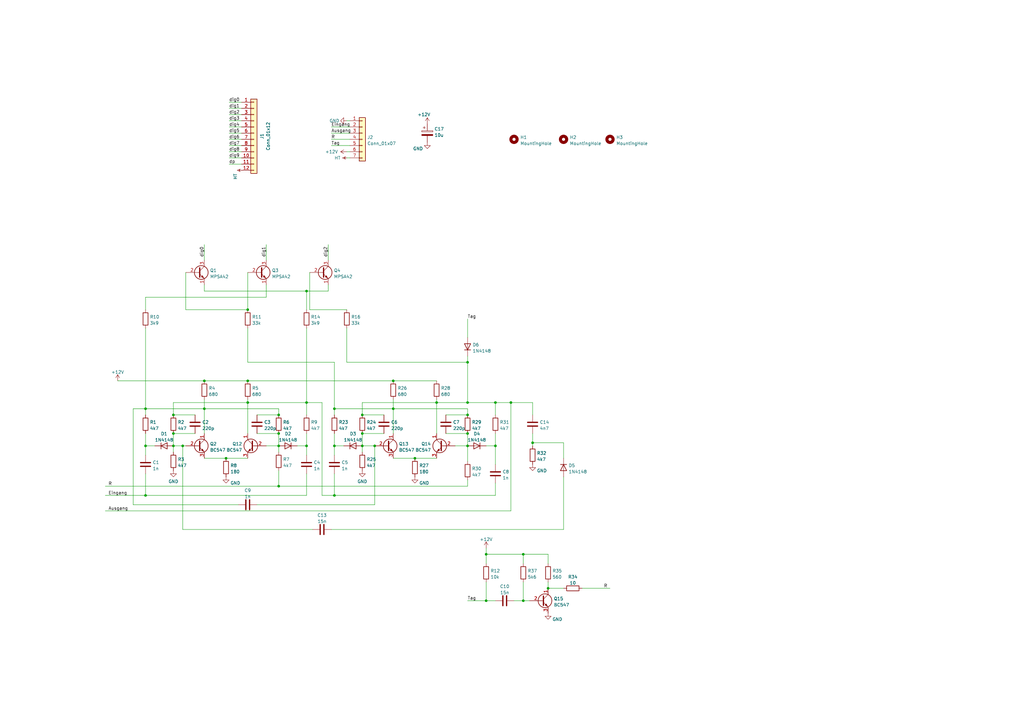
<source format=kicad_sch>
(kicad_sch (version 20211123) (generator eeschema)
  (paper "A3")
  (lib_symbols
    (symbol "Connector_Generic:Conn_01x07" (pin_names (offset 1.016) hide)
      (property "Reference" "J" (at 0 10.16 0))
      (property "Value" "Conn_01x07" (at 0 -10.16 0))
      (symbol "Conn_01x07_1_1"
        (rectangle (start -1.27 -7.493) (end 0 -7.747) (stroke (width 0.1524)))
        (rectangle (start -1.27 -4.953) (end 0 -5.207) (stroke (width 0.1524)))
        (rectangle (start -1.27 -2.413) (end 0 -2.667) (stroke (width 0.1524)))
        (rectangle (start -1.27 0.127) (end 0 -0.127) (stroke (width 0.1524)))
        (rectangle (start -1.27 2.667) (end 0 2.413) (stroke (width 0.1524)))
        (rectangle (start -1.27 5.207) (end 0 4.953) (stroke (width 0.1524)))
        (rectangle (start -1.27 7.747) (end 0 7.493) (stroke (width 0.1524)))
        (rectangle (start -1.27 8.89) (end 1.27 -8.89) (stroke (width 0.254)) (fill (type background)))
        (pin passive line (at -5.08 7.62 0) (length 3.81) (name "Pin_1") (number "1"))
        (pin passive line (at -5.08 5.08 0) (length 3.81) (name "Pin_2") (number "2"))
        (pin passive line (at -5.08 2.54 0) (length 3.81) (name "Pin_3") (number "3"))
        (pin passive line (at -5.08 0 0) (length 3.81) (name "Pin_4") (number "4"))
        (pin passive line (at -5.08 -2.54 0) (length 3.81) (name "Pin_5") (number "5"))
        (pin passive line (at -5.08 -5.08 0) (length 3.81) (name "Pin_6") (number "6"))
        (pin passive line (at -5.08 -7.62 0) (length 3.81) (name "Pin_7") (number "7"))
      )
    )
    (symbol "Connector_Generic:Conn_01x12" (pin_names (offset 1.016) hide)
      (property "Reference" "J" (at 0 15.24 0))
      (property "Value" "Conn_01x12" (at 0 -17.78 0))
      (symbol "Conn_01x12_1_1"
        (rectangle (start -1.27 -15.113) (end 0 -15.367) (stroke (width 0.1524)))
        (rectangle (start -1.27 -12.573) (end 0 -12.827) (stroke (width 0.1524)))
        (rectangle (start -1.27 -10.033) (end 0 -10.287) (stroke (width 0.1524)))
        (rectangle (start -1.27 -7.493) (end 0 -7.747) (stroke (width 0.1524)))
        (rectangle (start -1.27 -4.953) (end 0 -5.207) (stroke (width 0.1524)))
        (rectangle (start -1.27 -2.413) (end 0 -2.667) (stroke (width 0.1524)))
        (rectangle (start -1.27 0.127) (end 0 -0.127) (stroke (width 0.1524)))
        (rectangle (start -1.27 2.667) (end 0 2.413) (stroke (width 0.1524)))
        (rectangle (start -1.27 5.207) (end 0 4.953) (stroke (width 0.1524)))
        (rectangle (start -1.27 7.747) (end 0 7.493) (stroke (width 0.1524)))
        (rectangle (start -1.27 10.287) (end 0 10.033) (stroke (width 0.1524)))
        (rectangle (start -1.27 12.827) (end 0 12.573) (stroke (width 0.1524)))
        (rectangle (start -1.27 13.97) (end 1.27 -16.51) (stroke (width 0.254)) (fill (type background)))
        (pin passive line (at -5.08 12.7 0) (length 3.81) (name "Pin_1") (number "1"))
        (pin passive line (at -5.08 -10.16 0) (length 3.81) (name "Pin_10") (number "10"))
        (pin passive line (at -5.08 -12.7 0) (length 3.81) (name "Pin_11") (number "11"))
        (pin passive line (at -5.08 -15.24 0) (length 3.81) (name "Pin_12") (number "12"))
        (pin passive line (at -5.08 10.16 0) (length 3.81) (name "Pin_2") (number "2"))
        (pin passive line (at -5.08 7.62 0) (length 3.81) (name "Pin_3") (number "3"))
        (pin passive line (at -5.08 5.08 0) (length 3.81) (name "Pin_4") (number "4"))
        (pin passive line (at -5.08 2.54 0) (length 3.81) (name "Pin_5") (number "5"))
        (pin passive line (at -5.08 0 0) (length 3.81) (name "Pin_6") (number "6"))
        (pin passive line (at -5.08 -2.54 0) (length 3.81) (name "Pin_7") (number "7"))
        (pin passive line (at -5.08 -5.08 0) (length 3.81) (name "Pin_8") (number "8"))
        (pin passive line (at -5.08 -7.62 0) (length 3.81) (name "Pin_9") (number "9"))
      )
    )
    (symbol "Device:C" (pin_numbers hide) (pin_names (offset 0.254))
      (property "Reference" "C" (at 0.635 2.54 0))
      (property "Value" "C" (at 0.635 -2.54 0))
      (symbol "C_0_1"
        (polyline (pts (xy -2.032 -0.762) (xy 2.032 -0.762)) (stroke (width 0.508)))
        (polyline (pts (xy -2.032 0.762) (xy 2.032 0.762)) (stroke (width 0.508)))
      )
      (symbol "C_1_1"
        (pin passive line (at 0 3.81 270) (length 2.794) (name "~") (number "1"))
        (pin passive line (at 0 -3.81 90) (length 2.794) (name "~") (number "2"))
      )
    )
    (symbol "Device:C_Polarized" (pin_numbers hide) (pin_names (offset 0.254))
      (property "Reference" "C" (at 0.635 2.54 0))
      (property "Value" "C_Polarized" (at 0.635 -2.54 0))
      (symbol "C_Polarized_0_1"
        (rectangle (start -2.286 0.508) (end 2.286 1.016))
        (polyline (pts (xy -1.778 2.286) (xy -0.762 2.286)))
        (polyline (pts (xy -1.27 2.794) (xy -1.27 1.778)))
        (rectangle (start 2.286 -0.508) (end -2.286 -1.016) (fill (type outline)))
      )
      (symbol "C_Polarized_1_1"
        (pin passive line (at 0 3.81 270) (length 2.794) (name "~") (number "1"))
        (pin passive line (at 0 -3.81 90) (length 2.794) (name "~") (number "2"))
      )
    )
    (symbol "Device:R" (pin_numbers hide) (pin_names (offset 0))
      (property "Reference" "R" (at 2.032 0 90))
      (property "Value" "R" (at 0 0 90))
      (symbol "R_0_1"
        (rectangle (start -1.016 -2.54) (end 1.016 2.54) (stroke (width 0.254)))
      )
      (symbol "R_1_1"
        (pin passive line (at 0 3.81 270) (length 1.27) (name "~") (number "1"))
        (pin passive line (at 0 -3.81 90) (length 1.27) (name "~") (number "2"))
      )
    )
    (symbol "Diode:1N4148" (pin_numbers hide) (pin_names hide)
      (property "Reference" "D" (at 0 2.54 0))
      (property "Value" "1N4148" (at 0 -2.54 0))
      (symbol "1N4148_0_1"
        (polyline (pts (xy -1.27 1.27) (xy -1.27 -1.27)) (stroke (width 0.254)))
        (polyline (pts (xy 1.27 0) (xy -1.27 0)))
        (polyline (pts (xy 1.27 1.27) (xy 1.27 -1.27) (xy -1.27 0) (xy 1.27 1.27)) (stroke (width 0.254)))
      )
      (symbol "1N4148_1_1"
        (pin passive line (at -3.81 0 0) (length 2.54) (name "K") (number "1"))
        (pin passive line (at 3.81 0 180) (length 2.54) (name "A") (number "2"))
      )
    )
    (symbol "Mechanical:MountingHole" (pin_names (offset 1.016))
      (property "Reference" "H" (at 0 5.08 0))
      (property "Value" "MountingHole" (at 0 3.175 0))
      (symbol "MountingHole_0_1"
        (circle (center 0 0) (radius 1.27) (stroke (width 1.27)))
      )
    )
    (symbol "Transistor_BJT:BC547" (pin_names (offset 0) hide)
      (property "Reference" "Q" (at 5.08 1.905 0))
      (property "Value" "BC547" (at 5.08 0 0))
      (symbol "BC547_0_1"
        (polyline (pts (xy 0 0) (xy 0.635 0)))
        (polyline (pts (xy 0.635 0.635) (xy 2.54 2.54)))
        (polyline (pts (xy 0.635 -0.635) (xy 2.54 -2.54) (xy 2.54 -2.54)))
        (polyline (pts (xy 0.635 1.905) (xy 0.635 -1.905) (xy 0.635 -1.905)) (stroke (width 0.508)))
        (polyline (pts (xy 1.27 -1.778) (xy 1.778 -1.27) (xy 2.286 -2.286) (xy 1.27 -1.778) (xy 1.27 -1.778)) (fill (type outline)))
        (circle (center 1.27 0) (radius 2.8194) (stroke (width 0.254)))
      )
      (symbol "BC547_1_1"
        (pin passive line (at 2.54 5.08 270) (length 2.54) (name "C") (number "1"))
        (pin input line (at -5.08 0 0) (length 5.08) (name "B") (number "2"))
        (pin passive line (at 2.54 -5.08 90) (length 2.54) (name "E") (number "3"))
      )
    )
    (symbol "Transistor_BJT:MPSA42" (pin_names (offset 1.016) hide)
      (property "Reference" "Q" (at 5.08 1.905 0))
      (property "Value" "MPSA42" (at 5.08 0 0))
      (symbol "MPSA42_0_1"
        (polyline (pts (xy 0 0) (xy 0.635 0)))
        (polyline (pts (xy 0.635 0.635) (xy 2.54 2.54)))
        (polyline (pts (xy 0.635 -0.635) (xy 2.54 -2.54) (xy 2.54 -2.54)))
        (polyline (pts (xy 0.635 1.905) (xy 0.635 -1.905) (xy 0.635 -1.905)) (stroke (width 0.508)))
        (polyline (pts (xy 1.27 -1.778) (xy 1.778 -1.27) (xy 2.286 -2.286) (xy 1.27 -1.778) (xy 1.27 -1.778)) (fill (type outline)))
        (circle (center 1.27 0) (radius 2.8194) (stroke (width 0.254)))
      )
      (symbol "MPSA42_1_1"
        (pin passive line (at 2.54 -5.08 90) (length 2.54) (name "E") (number "1"))
        (pin input line (at -5.08 0 0) (length 5.08) (name "B") (number "2"))
        (pin passive line (at 2.54 5.08 270) (length 2.54) (name "C") (number "3"))
      )
    )
    (symbol "power:+12V" (power) (pin_names (offset 0))
      (property "Value" "+12V" (at 0 3.556 0))
      (symbol "+12V_0_1"
        (polyline (pts (xy -0.762 1.27) (xy 0 2.54)))
        (polyline (pts (xy 0 0) (xy 0 2.54)))
        (polyline (pts (xy 0 2.54) (xy 0.762 1.27)))
      )
      (symbol "+12V_1_1"
        (pin power_in line (at 0 0 90) (length 0) hide (name "+12V") (number "1"))
      )
    )
    (symbol "power:GND" (power) (pin_names (offset 0))
      (property "Value" "GND" (at 0 -3.81 0))
      (symbol "GND_0_1"
        (polyline (pts (xy 0 0) (xy 0 -1.27) (xy 1.27 -1.27) (xy 0 -2.54) (xy -1.27 -1.27) (xy 0 -1.27)))
      )
      (symbol "GND_1_1"
        (pin power_in line (at 0 0 270) (length 0) hide (name "GND") (number "1"))
      )
    )
    (symbol "power:HT" (power) (pin_names (offset 0))
      (property "Value" "HT" (at 0 2.286 0))
      (symbol "HT_0_0"
        (pin power_in line (at 0 0 90) (length 0) hide (name "HT") (number "1"))
      )
      (symbol "HT_0_1"
        (polyline (pts (xy 0 0) (xy 0 1.016) (xy 0 1.016)))
        (polyline (pts (xy 0 1.016) (xy 0.508 0.508) (xy 0 1.778) (xy -0.508 0.508) (xy 0 1.016) (xy 0 1.016)))
      )
    )
  )
  (junction (at 114.3 199.39))
  (junction (at 137.16 182.88))
  (junction (at 214.63 227.33))
  (junction (at 83.82 167.64))
  (junction (at 137.16 203.2))
  (junction (at 71.12 170.18))
  (junction (at 214.63 246.38))
  (junction (at 114.3 170.18))
  (junction (at 199.39 246.38))
  (junction (at 199.39 227.33))
  (junction (at 209.55 165.1))
  (junction (at 71.12 182.88))
  (junction (at 125.73 182.88))
  (junction (at 59.69 203.2))
  (junction (at 203.2 165.1))
  (junction (at 191.77 165.1))
  (junction (at 170.18 187.96))
  (junction (at 137.16 167.64))
  (junction (at 148.59 182.88))
  (junction (at 218.44 181.61))
  (junction (at 59.69 182.88))
  (junction (at 74.93 182.88))
  (junction (at 191.77 182.88))
  (junction (at 125.73 119.38))
  (junction (at 148.59 170.18))
  (junction (at 224.79 241.3))
  (junction (at 191.77 177.8))
  (junction (at 191.77 170.18))
  (junction (at 101.6 165.1))
  (junction (at 179.07 165.1))
  (junction (at 59.69 167.64))
  (junction (at 101.6 127))
  (junction (at 125.73 165.1))
  (junction (at 92.71 187.96))
  (junction (at 114.3 182.88))
  (junction (at 191.77 148.59))
  (junction (at 114.3 177.8))
  (junction (at 153.67 182.88))
  (junction (at 161.29 156.21))
  (junction (at 83.82 156.21))
  (junction (at 101.6 156.21))
  (junction (at 161.29 167.64))
  (junction (at 148.59 177.8))
  (junction (at 203.2 182.88))
  (junction (at 71.12 177.8))
  (wire (pts (xy 101.6 134.62) (xy 101.6 148.59)))
  (wire (pts (xy 179.07 163.83) (xy 179.07 165.1)))
  (wire (pts (xy 203.2 182.88) (xy 203.2 190.5)))
  (wire (pts (xy 224.79 227.33) (xy 224.79 231.14)))
  (wire (pts (xy 101.6 111.76) (xy 101.6 127)))
  (wire (pts (xy 71.12 182.88) (xy 71.12 185.42)))
  (wire (pts (xy 99.06 67.31) (xy 93.98 67.31)))
  (wire (pts (xy 153.67 207.01) (xy 153.67 182.88)))
  (wire (pts (xy 121.92 182.88) (xy 125.73 182.88)))
  (wire (pts (xy 97.79 207.01) (xy 54.61 207.01)))
  (wire (pts (xy 71.12 177.8) (xy 71.12 182.88)))
  (wire (pts (xy 125.73 119.38) (xy 134.62 119.38)))
  (wire (pts (xy 101.6 156.21) (xy 161.29 156.21)))
  (wire (pts (xy 83.82 167.64) (xy 83.82 177.8)))
  (wire (pts (xy 132.08 165.1) (xy 125.73 165.1)))
  (wire (pts (xy 74.93 182.88) (xy 74.93 217.17)))
  (wire (pts (xy 191.77 246.38) (xy 199.39 246.38)))
  (wire (pts (xy 148.59 177.8) (xy 157.48 177.8)))
  (wire (pts (xy 182.88 177.8) (xy 191.77 177.8)))
  (wire (pts (xy 43.18 203.2) (xy 59.69 203.2)))
  (wire (pts (xy 99.06 41.91) (xy 93.98 41.91)))
  (wire (pts (xy 148.59 165.1) (xy 179.07 165.1)))
  (wire (pts (xy 114.3 177.8) (xy 114.3 182.88)))
  (wire (pts (xy 59.69 177.8) (xy 59.69 182.88)))
  (wire (pts (xy 214.63 227.33) (xy 214.63 231.14)))
  (wire (pts (xy 148.59 177.8) (xy 148.59 182.88)))
  (wire (pts (xy 199.39 227.33) (xy 214.63 227.33)))
  (wire (pts (xy 99.06 49.53) (xy 93.98 49.53)))
  (wire (pts (xy 191.77 177.8) (xy 191.77 182.88)))
  (wire (pts (xy 210.82 246.38) (xy 214.63 246.38)))
  (wire (pts (xy 186.69 182.88) (xy 191.77 182.88)))
  (wire (pts (xy 125.73 182.88) (xy 125.73 186.69)))
  (wire (pts (xy 125.73 165.1) (xy 125.73 170.18)))
  (wire (pts (xy 191.77 130.81) (xy 191.77 138.43)))
  (wire (pts (xy 59.69 127) (xy 59.69 121.92)))
  (wire (pts (xy 99.06 44.45) (xy 93.98 44.45)))
  (wire (pts (xy 101.6 165.1) (xy 101.6 177.8)))
  (wire (pts (xy 218.44 177.8) (xy 218.44 181.61)))
  (wire (pts (xy 74.93 217.17) (xy 128.27 217.17)))
  (wire (pts (xy 182.88 170.18) (xy 191.77 170.18)))
  (wire (pts (xy 83.82 156.21) (xy 101.6 156.21)))
  (wire (pts (xy 76.2 111.76) (xy 76.2 127)))
  (wire (pts (xy 83.82 167.64) (xy 114.3 167.64)))
  (wire (pts (xy 83.82 163.83) (xy 83.82 167.64)))
  (wire (pts (xy 43.18 199.39) (xy 114.3 199.39)))
  (wire (pts (xy 71.12 177.8) (xy 80.01 177.8)))
  (wire (pts (xy 99.06 57.15) (xy 93.98 57.15)))
  (wire (pts (xy 99.06 64.77) (xy 93.98 64.77)))
  (wire (pts (xy 199.39 227.33) (xy 199.39 231.14)))
  (wire (pts (xy 179.07 165.1) (xy 191.77 165.1)))
  (wire (pts (xy 203.2 177.8) (xy 203.2 182.88)))
  (wire (pts (xy 127 127) (xy 142.24 127)))
  (wire (pts (xy 59.69 134.62) (xy 59.69 167.64)))
  (wire (pts (xy 132.08 203.2) (xy 132.08 165.1)))
  (wire (pts (xy 224.79 241.3) (xy 231.14 241.3)))
  (wire (pts (xy 109.22 182.88) (xy 114.3 182.88)))
  (wire (pts (xy 71.12 165.1) (xy 101.6 165.1)))
  (wire (pts (xy 214.63 246.38) (xy 217.17 246.38)))
  (wire (pts (xy 218.44 181.61) (xy 218.44 182.88)))
  (wire (pts (xy 191.77 170.18) (xy 191.77 167.64)))
  (wire (pts (xy 231.14 181.61) (xy 231.14 187.96)))
  (wire (pts (xy 161.29 167.64) (xy 137.16 167.64)))
  (wire (pts (xy 74.93 182.88) (xy 76.2 182.88)))
  (wire (pts (xy 137.16 194.31) (xy 137.16 203.2)))
  (wire (pts (xy 99.06 54.61) (xy 93.98 54.61)))
  (wire (pts (xy 114.3 182.88) (xy 114.3 185.42)))
  (wire (pts (xy 137.16 148.59) (xy 101.6 148.59)))
  (wire (pts (xy 99.06 59.69) (xy 93.98 59.69)))
  (wire (pts (xy 135.89 54.61) (xy 143.51 54.61)))
  (wire (pts (xy 191.77 196.85) (xy 191.77 199.39)))
  (wire (pts (xy 63.5 182.88) (xy 59.69 182.88)))
  (wire (pts (xy 209.55 165.1) (xy 218.44 165.1)))
  (wire (pts (xy 148.59 182.88) (xy 148.59 185.42)))
  (wire (pts (xy 191.77 165.1) (xy 203.2 165.1)))
  (wire (pts (xy 209.55 165.1) (xy 203.2 165.1)))
  (wire (pts (xy 83.82 119.38) (xy 125.73 119.38)))
  (wire (pts (xy 125.73 134.62) (xy 125.73 165.1)))
  (wire (pts (xy 127 111.76) (xy 127 127)))
  (wire (pts (xy 101.6 165.1) (xy 125.73 165.1)))
  (wire (pts (xy 203.2 165.1) (xy 203.2 170.18)))
  (wire (pts (xy 148.59 182.88) (xy 153.67 182.88)))
  (wire (pts (xy 135.89 57.15) (xy 143.51 57.15)))
  (wire (pts (xy 137.16 182.88) (xy 137.16 186.69)))
  (wire (pts (xy 83.82 100.33) (xy 83.82 106.68)))
  (wire (pts (xy 71.12 182.88) (xy 74.93 182.88)))
  (wire (pts (xy 114.3 199.39) (xy 191.77 199.39)))
  (wire (pts (xy 238.76 241.3) (xy 250.19 241.3)))
  (wire (pts (xy 137.16 203.2) (xy 203.2 203.2)))
  (wire (pts (xy 83.82 187.96) (xy 92.71 187.96)))
  (wire (pts (xy 161.29 187.96) (xy 170.18 187.96)))
  (wire (pts (xy 125.73 119.38) (xy 125.73 127)))
  (wire (pts (xy 59.69 194.31) (xy 59.69 203.2)))
  (wire (pts (xy 142.24 148.59) (xy 142.24 134.62)))
  (wire (pts (xy 134.62 119.38) (xy 134.62 116.84)))
  (wire (pts (xy 218.44 165.1) (xy 218.44 170.18)))
  (wire (pts (xy 105.41 207.01) (xy 153.67 207.01)))
  (wire (pts (xy 209.55 165.1) (xy 209.55 209.55)))
  (wire (pts (xy 161.29 163.83) (xy 161.29 167.64)))
  (wire (pts (xy 48.26 156.21) (xy 83.82 156.21)))
  (wire (pts (xy 191.77 165.1) (xy 191.77 148.59)))
  (wire (pts (xy 99.06 62.23) (xy 93.98 62.23)))
  (wire (pts (xy 137.16 167.64) (xy 137.16 148.59)))
  (wire (pts (xy 142.24 62.23) (xy 143.51 62.23)))
  (wire (pts (xy 142.24 148.59) (xy 191.77 148.59)))
  (wire (pts (xy 71.12 170.18) (xy 80.01 170.18)))
  (wire (pts (xy 54.61 167.64) (xy 59.69 167.64)))
  (wire (pts (xy 214.63 238.76) (xy 214.63 246.38)))
  (wire (pts (xy 114.3 193.04) (xy 114.3 199.39)))
  (wire (pts (xy 101.6 163.83) (xy 101.6 165.1)))
  (wire (pts (xy 83.82 116.84) (xy 83.82 119.38)))
  (wire (pts (xy 137.16 203.2) (xy 132.08 203.2)))
  (wire (pts (xy 203.2 198.12) (xy 203.2 203.2)))
  (wire (pts (xy 59.69 182.88) (xy 59.69 186.69)))
  (wire (pts (xy 43.18 209.55) (xy 209.55 209.55)))
  (wire (pts (xy 161.29 167.64) (xy 161.29 177.8)))
  (wire (pts (xy 231.14 195.58) (xy 231.14 217.17)))
  (wire (pts (xy 125.73 203.2) (xy 125.73 194.31)))
  (wire (pts (xy 114.3 170.18) (xy 114.3 167.64)))
  (wire (pts (xy 199.39 224.79) (xy 199.39 227.33)))
  (wire (pts (xy 224.79 238.76) (xy 224.79 241.3)))
  (wire (pts (xy 199.39 246.38) (xy 203.2 246.38)))
  (wire (pts (xy 142.24 64.77) (xy 143.51 64.77)))
  (wire (pts (xy 191.77 146.05) (xy 191.77 148.59)))
  (wire (pts (xy 109.22 121.92) (xy 109.22 116.84)))
  (wire (pts (xy 92.71 187.96) (xy 101.6 187.96)))
  (wire (pts (xy 134.62 100.33) (xy 134.62 106.68)))
  (wire (pts (xy 140.97 182.88) (xy 137.16 182.88)))
  (wire (pts (xy 54.61 207.01) (xy 54.61 167.64)))
  (wire (pts (xy 148.59 170.18) (xy 148.59 165.1)))
  (wire (pts (xy 218.44 181.61) (xy 231.14 181.61)))
  (wire (pts (xy 71.12 170.18) (xy 71.12 165.1)))
  (wire (pts (xy 135.89 52.07) (xy 143.51 52.07)))
  (wire (pts (xy 125.73 177.8) (xy 125.73 182.88)))
  (wire (pts (xy 199.39 238.76) (xy 199.39 246.38)))
  (wire (pts (xy 161.29 167.64) (xy 191.77 167.64)))
  (wire (pts (xy 59.69 203.2) (xy 125.73 203.2)))
  (wire (pts (xy 76.2 127) (xy 101.6 127)))
  (wire (pts (xy 161.29 156.21) (xy 179.07 156.21)))
  (wire (pts (xy 135.89 217.17) (xy 231.14 217.17)))
  (wire (pts (xy 179.07 165.1) (xy 179.07 177.8)))
  (wire (pts (xy 59.69 121.92) (xy 109.22 121.92)))
  (wire (pts (xy 137.16 177.8) (xy 137.16 182.88)))
  (wire (pts (xy 83.82 167.64) (xy 59.69 167.64)))
  (wire (pts (xy 148.59 170.18) (xy 157.48 170.18)))
  (wire (pts (xy 191.77 182.88) (xy 191.77 189.23)))
  (wire (pts (xy 109.22 100.33) (xy 109.22 106.68)))
  (wire (pts (xy 135.89 59.69) (xy 143.51 59.69)))
  (wire (pts (xy 59.69 167.64) (xy 59.69 170.18)))
  (wire (pts (xy 105.41 170.18) (xy 114.3 170.18)))
  (wire (pts (xy 214.63 227.33) (xy 224.79 227.33)))
  (wire (pts (xy 99.06 46.99) (xy 93.98 46.99)))
  (wire (pts (xy 170.18 187.96) (xy 179.07 187.96)))
  (wire (pts (xy 142.24 49.53) (xy 143.51 49.53)))
  (wire (pts (xy 199.39 182.88) (xy 203.2 182.88)))
  (wire (pts (xy 99.06 52.07) (xy 93.98 52.07)))
  (wire (pts (xy 105.41 177.8) (xy 114.3 177.8)))
  (wire (pts (xy 137.16 167.64) (xy 137.16 170.18)))
  (label "Tag" (at 135.89 59.69 0))
  (label "Tag" (at 191.77 246.38 0))
  (label "dig6" (at 93.98 57.15 0))
  (label "dig0" (at 83.82 105.41 90))
  (label "Ausgang" (at 135.89 54.61 0))
  (label "Tag" (at 191.77 130.81 0))
  (label "Eingang" (at 135.89 52.07 0))
  (label "dig0" (at 93.98 41.91 0))
  (label "R" (at 247.65 241.3 0))
  (label "R" (at 135.89 57.15 0))
  (label "dig7" (at 93.98 59.69 0))
  (label "Eingang" (at 44.45 203.2 0))
  (label "dig5" (at 93.98 54.61 0))
  (label "dig3" (at 93.98 49.53 0))
  (label "dig1" (at 93.98 44.45 0))
  (label "dig2" (at 134.62 105.41 90))
  (label "dig8" (at 93.98 62.23 0))
  (label "R" (at 44.45 199.39 0))
  (label "Ausgang" (at 44.45 209.55 0))
  (label "dig2" (at 93.98 46.99 0))
  (label "dig9" (at 93.98 64.77 0))
  (label "dig4" (at 93.98 52.07 0))
  (label "dig1" (at 109.22 105.41 90))
  (label "dp" (at 93.98 67.31 0))
  (symbol (lib_id "Device:R") (at 148.59 173.99 0) (unit 1)
    (property "Reference" "R24" (at 150.368 173.1553 0) (effects (justify left)))
    (property "Value" "4k7" (at 150.368 175.6922 0) (effects (justify left)))
    (property "Footprint" "Resistor_THT:R_Axial_DIN0207_L6.3mm_D2.5mm_P10.16mm_Horizontal" (effects hide))
  )
  (symbol (lib_id "Device:R") (at 114.3 189.23 0) (unit 1)
    (property "Reference" "R7" (at 116.078 188.3953 0) (effects (justify left)))
    (property "Value" "4k7" (at 116.078 190.9322 0) (effects (justify left)))
    (property "Footprint" "Resistor_THT:R_Axial_DIN0207_L6.3mm_D2.5mm_P10.16mm_Horizontal" (effects hide))
  )
  (symbol (lib_id "Device:C") (at 105.41 173.99 0) (unit 1)
    (property "Reference" "C3" (at 108.331 173.1553 0) (effects (justify left)))
    (property "Value" "220p" (at 108.331 175.6922 0) (effects (justify left)))
    (property "Footprint" "Capacitor_THT:C_Disc_D5.0mm_W2.5mm_P2.50mm" (effects hide))
  )
  (symbol (lib_id "Device:R") (at 83.82 160.02 0) (unit 1)
    (property "Reference" "R4" (at 85.598 159.1853 0) (effects (justify left)))
    (property "Value" "680" (at 85.598 161.7222 0) (effects (justify left)))
    (property "Footprint" "Resistor_THT:R_Axial_DIN0207_L6.3mm_D2.5mm_P10.16mm_Horizontal" (effects hide))
  )
  (symbol (lib_id "Mechanical:MountingHole") (at 231.14 57.15 0) (unit 1)
    (property "Reference" "H2" (at 233.68 56.3153 0) (effects (justify left)))
    (property "Value" "MountingHole" (at 233.68 58.8522 0) (effects (justify left)))
    (property "Footprint" "MountingHole:MountingHole_3.2mm_M3" (effects hide))
  )
  (symbol (lib_id "Transistor_BJT:BC547") (at 222.25 246.38 0) (unit 1)
    (property "Reference" "Q15" (at 227.1014 245.5453 0) (effects (justify left)))
    (property "Value" "BC547" (at 227.1014 248.0822 0) (effects (justify left)))
    (property "Footprint" "Package_TO_SOT_THT:TO-92_HandSolder" (effects hide))
    (property "Datasheet" "https://www.onsemi.com/pub/Collateral/BC550-D.pdf" (effects hide))
  )
  (symbol (lib_id "Device:R") (at 199.39 234.95 0) (unit 1)
    (property "Reference" "R12" (at 201.168 234.1153 0) (effects (justify left)))
    (property "Value" "10k" (at 201.168 236.6522 0) (effects (justify left)))
    (property "Footprint" "Resistor_THT:R_Axial_DIN0207_L6.3mm_D2.5mm_P10.16mm_Horizontal" (effects hide))
  )
  (symbol (lib_id "Device:R") (at 71.12 173.99 0) (unit 1)
    (property "Reference" "R2" (at 72.898 173.1553 0) (effects (justify left)))
    (property "Value" "4k7" (at 72.898 175.6922 0) (effects (justify left)))
    (property "Footprint" "Resistor_THT:R_Axial_DIN0207_L6.3mm_D2.5mm_P10.16mm_Horizontal" (effects hide))
  )
  (symbol (lib_id "Device:C") (at 157.48 173.99 0) (unit 1)
    (property "Reference" "C6" (at 160.401 173.1553 0) (effects (justify left)))
    (property "Value" "220p" (at 160.401 175.6922 0) (effects (justify left)))
    (property "Footprint" "Capacitor_THT:C_Disc_D5.0mm_W2.5mm_P2.50mm" (effects hide))
  )
  (symbol (lib_id "Device:R") (at 71.12 189.23 0) (unit 1)
    (property "Reference" "R3" (at 72.898 188.3953 0) (effects (justify left)))
    (property "Value" "4k7" (at 72.898 190.9322 0) (effects (justify left)))
    (property "Footprint" "Resistor_THT:R_Axial_DIN0207_L6.3mm_D2.5mm_P10.16mm_Horizontal" (effects hide))
  )
  (symbol (lib_id "Device:C") (at 59.69 190.5 0) (unit 1)
    (property "Reference" "C1" (at 62.611 189.6653 0) (effects (justify left)))
    (property "Value" "1n" (at 62.611 192.2022 0) (effects (justify left)))
    (property "Footprint" "Capacitor_THT:C_Disc_D5.0mm_W2.5mm_P2.50mm" (effects hide))
  )
  (symbol (lib_id "Device:R") (at 92.71 191.77 0) (unit 1)
    (property "Reference" "R8" (at 94.488 190.9353 0) (effects (justify left)))
    (property "Value" "180" (at 94.488 193.4722 0) (effects (justify left)))
    (property "Footprint" "Resistor_THT:R_Axial_DIN0207_L6.3mm_D2.5mm_P10.16mm_Horizontal" (effects hide))
  )
  (symbol (lib_id "Device:R") (at 125.73 130.81 0) (unit 1)
    (property "Reference" "R14" (at 127.508 129.9753 0) (effects (justify left)))
    (property "Value" "3k9" (at 127.508 132.5122 0) (effects (justify left)))
    (property "Footprint" "Resistor_THT:R_Axial_DIN0207_L6.3mm_D2.5mm_P10.16mm_Horizontal" (effects hide))
  )
  (symbol (lib_id "Device:R") (at 142.24 130.81 0) (unit 1)
    (property "Reference" "R16" (at 144.018 129.9753 0) (effects (justify left)))
    (property "Value" "33k" (at 144.018 132.5122 0) (effects (justify left)))
    (property "Footprint" "Resistor_THT:R_Axial_DIN0207_L6.3mm_D2.5mm_P10.16mm_Horizontal" (effects hide))
  )
  (symbol (lib_id "Device:R") (at 101.6 160.02 0) (unit 1)
    (property "Reference" "R5" (at 103.378 159.1853 0) (effects (justify left)))
    (property "Value" "680" (at 103.378 161.7222 0) (effects (justify left)))
    (property "Footprint" "Resistor_THT:R_Axial_DIN0207_L6.3mm_D2.5mm_P10.16mm_Horizontal" (effects hide))
  )
  (symbol (lib_id "Device:C") (at 132.08 217.17 90) (unit 1)
    (property "Reference" "C13" (at 132.08 211.3112 90))
    (property "Value" "15n" (at 132.08 213.8481 90))
    (property "Footprint" "Capacitor_THT:C_Disc_D5.0mm_W2.5mm_P2.50mm" (effects hide))
  )
  (symbol (lib_id "Diode:1N4148") (at 195.58 182.88 0) (mirror y) (unit 1)
    (property "Reference" "D4" (at 195.58 177.9102 0))
    (property "Value" "1N4148" (at 195.58 180.4471 0))
    (property "Footprint" "Diode_THT:D_DO-35_SOD27_P7.62mm_Horizontal" (effects hide))
    (property "Datasheet" "https://assets.nexperia.com/documents/data-sheet/1N4148_1N4448.pdf" (effects hide))
  )
  (symbol (lib_id "power:HT") (at 99.06 69.85 90) (unit 1)
    (property "Reference" "#PWR0102" (effects hide))
    (property "Value" "HT" (at 96.52 72.39 0))
  )
  (symbol (lib_id "Device:R") (at 125.73 173.99 0) (unit 1)
    (property "Reference" "R9" (at 127.508 173.1553 0) (effects (justify left)))
    (property "Value" "4k7" (at 127.508 175.6922 0) (effects (justify left)))
    (property "Footprint" "Resistor_THT:R_Axial_DIN0207_L6.3mm_D2.5mm_P10.16mm_Horizontal" (effects hide))
  )
  (symbol (lib_id "Transistor_BJT:BC547") (at 104.14 182.88 0) (mirror y) (unit 1)
    (property "Reference" "Q12" (at 99.2886 182.0453 0) (effects (justify left)))
    (property "Value" "BC547" (at 99.2886 184.5822 0) (effects (justify left)))
    (property "Footprint" "Package_TO_SOT_THT:TO-92_HandSolder" (effects hide))
    (property "Datasheet" "https://www.onsemi.com/pub/Collateral/BC550-D.pdf" (effects hide))
  )
  (symbol (lib_id "Connector_Generic:Conn_01x12") (at 104.14 54.61 0) (unit 1)
    (property "Reference" "J1" (at 107.4404 55.88 90))
    (property "Value" "Conn_01x12" (at 109.9773 55.88 90))
    (property "Footprint" "Connector_PinHeader_2.54mm:PinHeader_1x12_P2.54mm_Vertical" (effects hide))
  )
  (symbol (lib_id "power:HT") (at 142.24 64.77 90) (unit 1)
    (property "Reference" "#PWR0114" (effects hide))
    (property "Value" "HT" (at 138.43 64.77 90))
  )
  (symbol (lib_id "Device:R") (at 114.3 173.99 0) (unit 1)
    (property "Reference" "R6" (at 116.078 173.1553 0) (effects (justify left)))
    (property "Value" "4k7" (at 116.078 175.6922 0) (effects (justify left)))
    (property "Footprint" "Resistor_THT:R_Axial_DIN0207_L6.3mm_D2.5mm_P10.16mm_Horizontal" (effects hide))
  )
  (symbol (lib_id "Device:R") (at 161.29 160.02 0) (unit 1)
    (property "Reference" "R26" (at 163.068 159.1853 0) (effects (justify left)))
    (property "Value" "680" (at 163.068 161.7222 0) (effects (justify left)))
    (property "Footprint" "Resistor_THT:R_Axial_DIN0207_L6.3mm_D2.5mm_P10.16mm_Horizontal" (effects hide))
  )
  (symbol (lib_id "Device:C_Polarized") (at 175.26 54.61 0) (unit 1)
    (property "Reference" "C17" (at 178.181 52.8863 0) (effects (justify left)))
    (property "Value" "10u" (at 178.181 55.4232 0) (effects (justify left)))
    (property "Footprint" "Capacitor_THT:CP_Radial_D5.0mm_P2.50mm" (effects hide))
  )
  (symbol (lib_id "Device:R") (at 101.6 130.81 0) (unit 1)
    (property "Reference" "R11" (at 103.378 129.9753 0) (effects (justify left)))
    (property "Value" "33k" (at 103.378 132.5122 0) (effects (justify left)))
    (property "Footprint" "Resistor_THT:R_Axial_DIN0207_L6.3mm_D2.5mm_P10.16mm_Horizontal" (effects hide))
  )
  (symbol (lib_id "Device:C") (at 80.01 173.99 0) (unit 1)
    (property "Reference" "C2" (at 82.931 173.1553 0) (effects (justify left)))
    (property "Value" "220p" (at 82.931 175.6922 0) (effects (justify left)))
    (property "Footprint" "Capacitor_THT:C_Disc_D5.0mm_W2.5mm_P2.50mm" (effects hide))
  )
  (symbol (lib_id "Device:R") (at 59.69 173.99 0) (unit 1)
    (property "Reference" "R1" (at 61.468 173.1553 0) (effects (justify left)))
    (property "Value" "4k7" (at 61.468 175.6922 0) (effects (justify left)))
    (property "Footprint" "Resistor_THT:R_Axial_DIN0207_L6.3mm_D2.5mm_P10.16mm_Horizontal" (effects hide))
  )
  (symbol (lib_id "Device:C") (at 203.2 194.31 0) (unit 1)
    (property "Reference" "C8" (at 206.121 193.4753 0) (effects (justify left)))
    (property "Value" "1n" (at 206.121 196.0122 0) (effects (justify left)))
    (property "Footprint" "Capacitor_THT:C_Disc_D5.0mm_W2.5mm_P2.50mm" (effects hide))
  )
  (symbol (lib_id "Device:C") (at 137.16 190.5 0) (unit 1)
    (property "Reference" "C5" (at 140.081 189.6653 0) (effects (justify left)))
    (property "Value" "1n" (at 140.081 192.2022 0) (effects (justify left)))
    (property "Footprint" "Capacitor_THT:C_Disc_D5.0mm_W2.5mm_P2.50mm" (effects hide))
  )
  (symbol (lib_id "Mechanical:MountingHole") (at 250.19 57.15 0) (unit 1)
    (property "Reference" "H3" (at 252.73 56.3153 0) (effects (justify left)))
    (property "Value" "MountingHole" (at 252.73 58.8522 0) (effects (justify left)))
    (property "Footprint" "MountingHole:MountingHole_3.2mm_M3" (effects hide))
  )
  (symbol (lib_id "Device:C") (at 182.88 173.99 0) (unit 1)
    (property "Reference" "C7" (at 185.801 173.1553 0) (effects (justify left)))
    (property "Value" "220p" (at 185.801 175.6922 0) (effects (justify left)))
    (property "Footprint" "Capacitor_THT:C_Disc_D5.0mm_W2.5mm_P2.50mm" (effects hide))
  )
  (symbol (lib_id "power:GND") (at 71.12 193.04 0) (unit 1)
    (property "Reference" "#PWR0103" (effects hide))
    (property "Value" "GND" (at 71.12 197.4834 0))
  )
  (symbol (lib_id "Device:R") (at 59.69 130.81 0) (unit 1)
    (property "Reference" "R10" (at 61.468 129.9753 0) (effects (justify left)))
    (property "Value" "3k9" (at 61.468 132.5122 0) (effects (justify left)))
    (property "Footprint" "Resistor_THT:R_Axial_DIN0207_L6.3mm_D2.5mm_P10.16mm_Horizontal" (effects hide))
  )
  (symbol (lib_id "Device:R") (at 137.16 173.99 0) (unit 1)
    (property "Reference" "R23" (at 138.938 173.1553 0) (effects (justify left)))
    (property "Value" "4k7" (at 138.938 175.6922 0) (effects (justify left)))
    (property "Footprint" "Resistor_THT:R_Axial_DIN0207_L6.3mm_D2.5mm_P10.16mm_Horizontal" (effects hide))
  )
  (symbol (lib_id "Mechanical:MountingHole") (at 210.82 57.15 0) (unit 1)
    (property "Reference" "H1" (at 213.36 56.3153 0) (effects (justify left)))
    (property "Value" "MountingHole" (at 213.36 58.8522 0) (effects (justify left)))
    (property "Footprint" "MountingHole:MountingHole_3.2mm_M3" (effects hide))
  )
  (symbol (lib_id "Transistor_BJT:BC547") (at 181.61 182.88 0) (mirror y) (unit 1)
    (property "Reference" "Q14" (at 176.7586 182.0453 0) (effects (justify left)))
    (property "Value" "BC547" (at 176.7586 184.5822 0) (effects (justify left)))
    (property "Footprint" "Package_TO_SOT_THT:TO-92_HandSolder" (effects hide))
    (property "Datasheet" "https://www.onsemi.com/pub/Collateral/BC550-D.pdf" (effects hide))
  )
  (symbol (lib_id "power:GND") (at 224.79 251.46 0) (unit 1)
    (property "Reference" "#PWR0107" (effects hide))
    (property "Value" "GND" (at 228.6 254 0))
  )
  (symbol (lib_id "Device:C") (at 101.6 207.01 90) (unit 1)
    (property "Reference" "C9" (at 101.6 201.1512 90))
    (property "Value" "1n" (at 101.6 203.6881 90))
    (property "Footprint" "Capacitor_THT:C_Disc_D5.0mm_W2.5mm_P2.50mm" (effects hide))
  )
  (symbol (lib_id "Device:R") (at 170.18 191.77 0) (unit 1)
    (property "Reference" "R27" (at 171.958 190.9353 0) (effects (justify left)))
    (property "Value" "180" (at 171.958 193.4722 0) (effects (justify left)))
    (property "Footprint" "Resistor_THT:R_Axial_DIN0207_L6.3mm_D2.5mm_P10.16mm_Horizontal" (effects hide))
  )
  (symbol (lib_id "power:+12V") (at 142.24 62.23 90) (unit 1)
    (property "Reference" "#PWR0112" (effects hide))
    (property "Value" "+12V" (at 133.35 62.23 90) (effects (justify right)))
  )
  (symbol (lib_id "Diode:1N4148") (at 191.77 142.24 90) (unit 1)
    (property "Reference" "D6" (at 193.802 141.4053 90) (effects (justify right)))
    (property "Value" "1N4148" (at 193.802 143.9422 90) (effects (justify right)))
    (property "Footprint" "Diode_THT:D_DO-35_SOD27_P7.62mm_Horizontal" (effects hide))
    (property "Datasheet" "https://assets.nexperia.com/documents/data-sheet/1N4148_1N4448.pdf" (effects hide))
  )
  (symbol (lib_id "Device:C") (at 218.44 173.99 0) (unit 1)
    (property "Reference" "C14" (at 221.361 173.1553 0) (effects (justify left)))
    (property "Value" "4n7" (at 221.361 175.6922 0) (effects (justify left)))
    (property "Footprint" "Capacitor_THT:C_Disc_D5.0mm_W2.5mm_P2.50mm" (effects hide))
  )
  (symbol (lib_id "Device:R") (at 191.77 193.04 0) (unit 1)
    (property "Reference" "R30" (at 193.548 192.2053 0) (effects (justify left)))
    (property "Value" "4k7" (at 193.548 194.7422 0) (effects (justify left)))
    (property "Footprint" "Resistor_THT:R_Axial_DIN0207_L6.3mm_D2.5mm_P10.16mm_Horizontal" (effects hide))
  )
  (symbol (lib_id "power:GND") (at 92.71 195.58 0) (unit 1)
    (property "Reference" "#PWR0104" (effects hide))
    (property "Value" "GND" (at 96.52 198.12 0))
  )
  (symbol (lib_id "power:GND") (at 170.18 195.58 0) (unit 1)
    (property "Reference" "#PWR0105" (effects hide))
    (property "Value" "GND" (at 173.99 198.12 0))
  )
  (symbol (lib_id "Transistor_BJT:BC547") (at 81.28 182.88 0) (unit 1)
    (property "Reference" "Q2" (at 86.1314 182.0453 0) (effects (justify left)))
    (property "Value" "BC547" (at 86.1314 184.5822 0) (effects (justify left)))
    (property "Footprint" "Package_TO_SOT_THT:TO-92_HandSolder" (effects hide))
    (property "Datasheet" "https://www.onsemi.com/pub/Collateral/BC550-D.pdf" (effects hide))
  )
  (symbol (lib_id "power:+12V") (at 48.26 156.21 0) (unit 1)
    (property "Reference" "#PWR0101" (effects hide))
    (property "Value" "+12V" (at 48.26 152.6342 0))
  )
  (symbol (lib_id "Diode:1N4148") (at 118.11 182.88 0) (mirror y) (unit 1)
    (property "Reference" "D2" (at 118.11 177.9102 0))
    (property "Value" "1N4148" (at 118.11 180.4471 0))
    (property "Footprint" "Diode_THT:D_DO-35_SOD27_P7.62mm_Horizontal" (effects hide))
    (property "Datasheet" "https://assets.nexperia.com/documents/data-sheet/1N4148_1N4448.pdf" (effects hide))
  )
  (symbol (lib_id "Device:C") (at 125.73 190.5 0) (unit 1)
    (property "Reference" "C4" (at 128.651 189.6653 0) (effects (justify left)))
    (property "Value" "1n" (at 128.651 192.2022 0) (effects (justify left)))
    (property "Footprint" "Capacitor_THT:C_Disc_D5.0mm_W2.5mm_P2.50mm" (effects hide))
  )
  (symbol (lib_id "power:+12V") (at 199.39 224.79 0) (unit 1)
    (property "Reference" "#PWR0108" (effects hide))
    (property "Value" "+12V" (at 199.39 221.2142 0))
  )
  (symbol (lib_id "Connector_Generic:Conn_01x07") (at 148.59 57.15 0) (unit 1)
    (property "Reference" "J2" (at 150.622 56.3153 0) (effects (justify left)))
    (property "Value" "Conn_01x07" (at 150.622 58.8522 0) (effects (justify left)))
    (property "Footprint" "TerminalBlock_Phoenix:TerminalBlock_Phoenix_MKDS-3-7-5.08_1x07_P5.08mm_Horizontal" (effects hide))
  )
  (symbol (lib_id "power:GND") (at 218.44 190.5 0) (unit 1)
    (property "Reference" "#PWR0109" (effects hide))
    (property "Value" "GND" (at 222.25 193.04 0))
  )
  (symbol (lib_id "Device:R") (at 218.44 186.69 0) (unit 1)
    (property "Reference" "R32" (at 220.218 185.8553 0) (effects (justify left)))
    (property "Value" "4k7" (at 220.218 188.3922 0) (effects (justify left)))
    (property "Footprint" "Resistor_THT:R_Axial_DIN0207_L6.3mm_D2.5mm_P10.16mm_Horizontal" (effects hide))
  )
  (symbol (lib_id "Device:R") (at 214.63 234.95 0) (unit 1)
    (property "Reference" "R37" (at 216.408 234.1153 0) (effects (justify left)))
    (property "Value" "5k6" (at 216.408 236.6522 0) (effects (justify left)))
    (property "Footprint" "Resistor_THT:R_Axial_DIN0207_L6.3mm_D2.5mm_P10.16mm_Horizontal" (effects hide))
  )
  (symbol (lib_id "power:GND") (at 175.26 58.42 0) (unit 1)
    (property "Reference" "#PWR0113" (effects hide))
    (property "Value" "GND" (at 171.45 60.96 0))
  )
  (symbol (lib_id "Device:R") (at 224.79 234.95 0) (unit 1)
    (property "Reference" "R35" (at 226.568 234.1153 0) (effects (justify left)))
    (property "Value" "560" (at 226.568 236.6522 0) (effects (justify left)))
    (property "Footprint" "Resistor_THT:R_Axial_DIN0207_L6.3mm_D2.5mm_P10.16mm_Horizontal" (effects hide))
  )
  (symbol (lib_id "Transistor_BJT:MPSA42") (at 132.08 111.76 0) (unit 1)
    (property "Reference" "Q4" (at 136.9314 110.9253 0) (effects (justify left)))
    (property "Value" "MPSA42" (at 136.9314 113.4622 0) (effects (justify left)))
    (property "Footprint" "Package_TO_SOT_THT:TO-92_HandSolder" (effects hide))
    (property "Datasheet" "http://www.onsemi.com/pub_link/Collateral/MPSA42-D.PDF" (effects hide))
  )
  (symbol (lib_id "Diode:1N4148") (at 144.78 182.88 0) (unit 1)
    (property "Reference" "D3" (at 144.78 177.9102 0))
    (property "Value" "1N4148" (at 144.78 180.4471 0))
    (property "Footprint" "Diode_THT:D_DO-35_SOD27_P7.62mm_Horizontal" (effects hide))
    (property "Datasheet" "https://assets.nexperia.com/documents/data-sheet/1N4148_1N4448.pdf" (effects hide))
  )
  (symbol (lib_id "Device:R") (at 203.2 173.99 0) (unit 1)
    (property "Reference" "R31" (at 204.978 173.1553 0) (effects (justify left)))
    (property "Value" "4k7" (at 204.978 175.6922 0) (effects (justify left)))
    (property "Footprint" "Resistor_THT:R_Axial_DIN0207_L6.3mm_D2.5mm_P10.16mm_Horizontal" (effects hide))
  )
  (symbol (lib_id "Transistor_BJT:BC547") (at 158.75 182.88 0) (unit 1)
    (property "Reference" "Q13" (at 163.6014 182.0453 0) (effects (justify left)))
    (property "Value" "BC547" (at 163.6014 184.5822 0) (effects (justify left)))
    (property "Footprint" "Package_TO_SOT_THT:TO-92_HandSolder" (effects hide))
    (property "Datasheet" "https://www.onsemi.com/pub/Collateral/BC550-D.pdf" (effects hide))
  )
  (symbol (lib_id "power:GND") (at 148.59 193.04 0) (unit 1)
    (property "Reference" "#PWR0106" (effects hide))
    (property "Value" "GND" (at 148.59 197.4834 0))
  )
  (symbol (lib_id "Device:R") (at 234.95 241.3 90) (unit 1)
    (property "Reference" "R34" (at 234.95 236.5842 90))
    (property "Value" "10" (at 234.95 239.1211 90))
    (property "Footprint" "Resistor_THT:R_Axial_DIN0207_L6.3mm_D2.5mm_P10.16mm_Horizontal" (effects hide))
  )
  (symbol (lib_id "Diode:1N4148") (at 231.14 191.77 90) (mirror x) (unit 1)
    (property "Reference" "D5" (at 233.172 190.9353 90) (effects (justify right)))
    (property "Value" "1N4148" (at 233.172 193.4722 90) (effects (justify right)))
    (property "Footprint" "Diode_THT:D_DO-35_SOD27_P7.62mm_Horizontal" (effects hide))
    (property "Datasheet" "https://assets.nexperia.com/documents/data-sheet/1N4148_1N4448.pdf" (effects hide))
  )
  (symbol (lib_id "Transistor_BJT:MPSA42") (at 106.68 111.76 0) (unit 1)
    (property "Reference" "Q3" (at 111.5314 110.9253 0) (effects (justify left)))
    (property "Value" "MPSA42" (at 111.5314 113.4622 0) (effects (justify left)))
    (property "Footprint" "Package_TO_SOT_THT:TO-92_HandSolder" (effects hide))
    (property "Datasheet" "http://www.onsemi.com/pub_link/Collateral/MPSA42-D.PDF" (effects hide))
  )
  (symbol (lib_id "Transistor_BJT:MPSA42") (at 81.28 111.76 0) (unit 1)
    (property "Reference" "Q1" (at 86.1314 110.9253 0) (effects (justify left)))
    (property "Value" "MPSA42" (at 86.1314 113.4622 0) (effects (justify left)))
    (property "Footprint" "Package_TO_SOT_THT:TO-92_HandSolder" (effects hide))
    (property "Datasheet" "http://www.onsemi.com/pub_link/Collateral/MPSA42-D.PDF" (effects hide))
  )
  (symbol (lib_id "Device:R") (at 179.07 160.02 0) (unit 1)
    (property "Reference" "R28" (at 180.848 159.1853 0) (effects (justify left)))
    (property "Value" "680" (at 180.848 161.7222 0) (effects (justify left)))
    (property "Footprint" "Resistor_THT:R_Axial_DIN0207_L6.3mm_D2.5mm_P10.16mm_Horizontal" (effects hide))
  )
  (symbol (lib_id "power:+12V") (at 175.26 50.8 0) (unit 1)
    (property "Reference" "#PWR0115" (effects hide))
    (property "Value" "+12V" (at 176.53 46.99 0) (effects (justify right)))
  )
  (symbol (lib_id "power:GND") (at 142.24 49.53 270) (unit 1)
    (property "Reference" "#PWR0111" (effects hide))
    (property "Value" "GND" (at 137.16 49.53 90))
  )
  (symbol (lib_id "Device:C") (at 207.01 246.38 90) (unit 1)
    (property "Reference" "C10" (at 207.01 240.5212 90))
    (property "Value" "15n" (at 207.01 243.0581 90))
    (property "Footprint" "Capacitor_THT:C_Disc_D5.0mm_W2.5mm_P2.50mm" (effects hide))
  )
  (symbol (lib_id "Diode:1N4148") (at 67.31 182.88 0) (unit 1)
    (property "Reference" "D1" (at 67.31 177.9102 0))
    (property "Value" "1N4148" (at 67.31 180.4471 0))
    (property "Footprint" "Diode_THT:D_DO-35_SOD27_P7.62mm_Horizontal" (effects hide))
    (property "Datasheet" "https://assets.nexperia.com/documents/data-sheet/1N4148_1N4448.pdf" (effects hide))
  )
  (symbol (lib_id "Device:R") (at 191.77 173.99 0) (unit 1)
    (property "Reference" "R29" (at 193.548 173.1553 0) (effects (justify left)))
    (property "Value" "4k7" (at 193.548 175.6922 0) (effects (justify left)))
    (property "Footprint" "Resistor_THT:R_Axial_DIN0207_L6.3mm_D2.5mm_P10.16mm_Horizontal" (effects hide))
  )
  (symbol (lib_id "Device:R") (at 148.59 189.23 0) (unit 1)
    (property "Reference" "R25" (at 150.368 188.3953 0) (effects (justify left)))
    (property "Value" "4k7" (at 150.368 190.9322 0) (effects (justify left)))
    (property "Footprint" "Resistor_THT:R_Axial_DIN0207_L6.3mm_D2.5mm_P10.16mm_Horizontal" (effects hide))
  )
)
</source>
